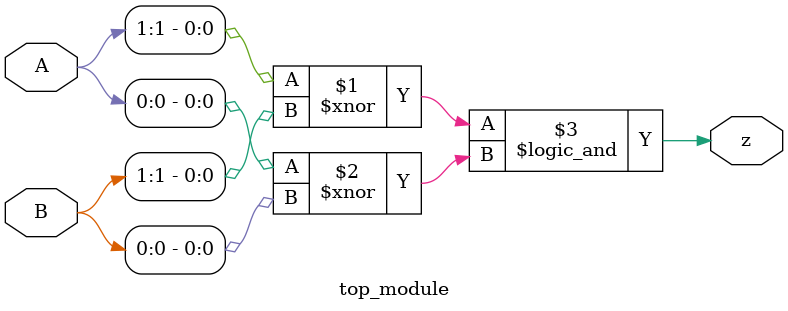
<source format=v>
module top_module ( input [1:0] A, input [1:0] B, output z ); 

    assign z = (A[1] ~^ B[1])&&(A[0] ~^ B[0]);
endmodule

</source>
